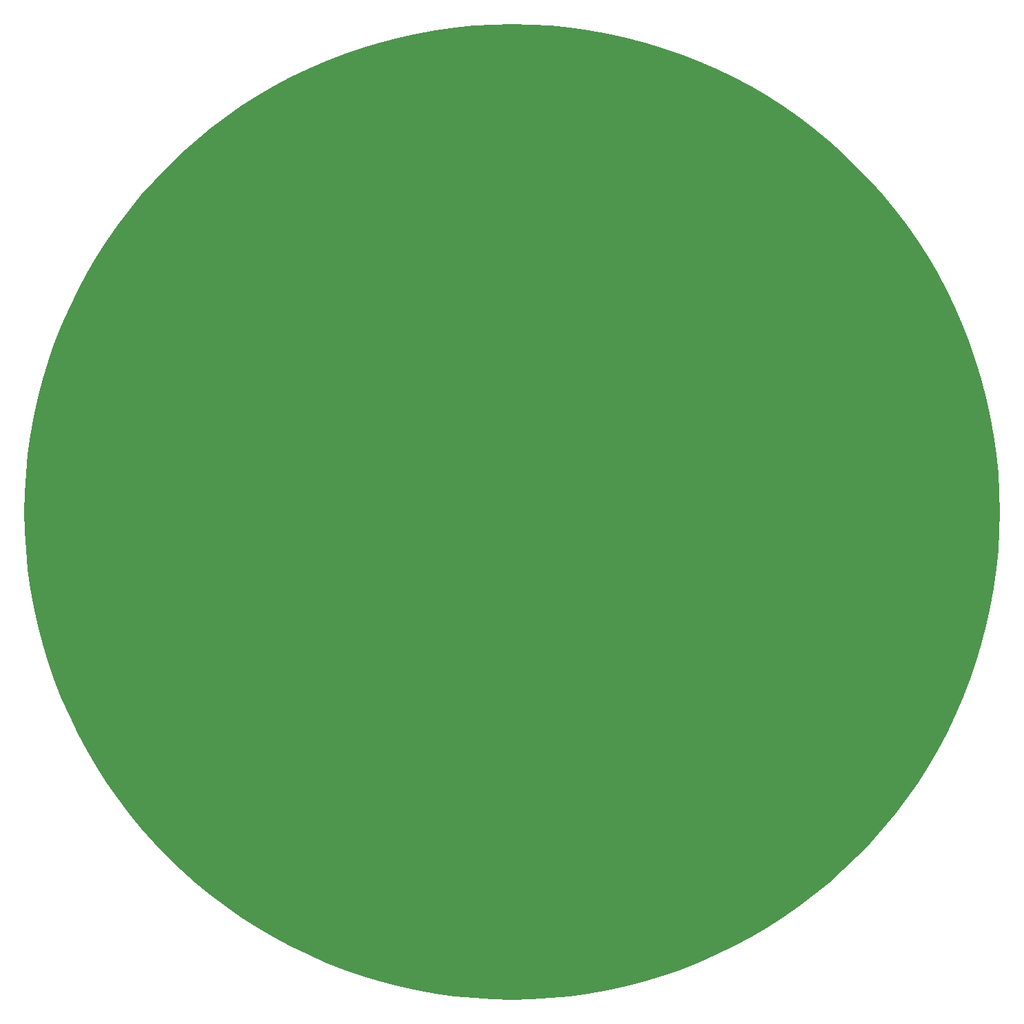
<source format=gtl>
G04 Layer_Physical_Order=1*
G04 Layer_Color=25308*
%FSLAX25Y25*%
%MOIN*%
G70*
G01*
G75*
%ADD10C,0.78740*%
G36*
X343921Y570729D02*
X353183Y570183D01*
X362416Y569274D01*
X371606Y568003D01*
X380739Y566372D01*
X389801Y564384D01*
X398778Y562041D01*
X407656Y559348D01*
X416421Y556308D01*
X425061Y552927D01*
X433561Y549209D01*
X441908Y545160D01*
X450090Y540787D01*
X458094Y536096D01*
X465908Y531094D01*
X473519Y525789D01*
X480917Y520189D01*
X488088Y514304D01*
X495023Y508141D01*
X501711Y501711D01*
X508141Y495023D01*
X514304Y488088D01*
X520189Y480917D01*
X525789Y473519D01*
X531094Y465908D01*
X536096Y458094D01*
X540787Y450090D01*
X545160Y441908D01*
X549209Y433561D01*
X552927Y425061D01*
X556308Y416421D01*
X559348Y407656D01*
X562041Y398778D01*
X564384Y389801D01*
X566372Y380739D01*
X568003Y371606D01*
X569274Y362416D01*
X570183Y353183D01*
X570729Y343921D01*
X570912Y334646D01*
X570729Y325370D01*
X570183Y316108D01*
X569274Y306876D01*
X568003Y297686D01*
X566372Y288552D01*
X564384Y279490D01*
X562041Y270514D01*
X559348Y261635D01*
X556308Y252870D01*
X552927Y244231D01*
X549209Y235731D01*
X545160Y227383D01*
X540787Y219201D01*
X536096Y211197D01*
X531094Y203383D01*
X525789Y195772D01*
X520189Y188375D01*
X514304Y181203D01*
X508141Y174268D01*
X501711Y167580D01*
X495023Y161150D01*
X488088Y154988D01*
X480917Y149102D01*
X473519Y143502D01*
X465908Y138198D01*
X458094Y133196D01*
X450090Y128505D01*
X441908Y124131D01*
X433561Y120082D01*
X425061Y116364D01*
X416421Y112983D01*
X407656Y109943D01*
X398778Y107250D01*
X389801Y104908D01*
X380739Y102919D01*
X371606Y101288D01*
X362416Y100017D01*
X353183Y99108D01*
X343921Y98562D01*
X334646Y98380D01*
X325370Y98562D01*
X316108Y99108D01*
X306876Y100017D01*
X297686Y101288D01*
X288552Y102919D01*
X279490Y104908D01*
X270514Y107250D01*
X261635Y109943D01*
X252870Y112983D01*
X244231Y116364D01*
X235731Y120082D01*
X227383Y124131D01*
X219201Y128505D01*
X211197Y133196D01*
X203383Y138198D01*
X195772Y143502D01*
X188375Y149102D01*
X181203Y154988D01*
X174268Y161150D01*
X167580Y167580D01*
X161150Y174268D01*
X154988Y181203D01*
X149102Y188375D01*
X143502Y195772D01*
X138198Y203383D01*
X133196Y211197D01*
X128505Y219201D01*
X124131Y227383D01*
X120082Y235731D01*
X116364Y244231D01*
X112983Y252870D01*
X109943Y261635D01*
X107250Y270514D01*
X104908Y279490D01*
X102919Y288552D01*
X101288Y297686D01*
X100017Y306876D01*
X99108Y316108D01*
X98562Y325370D01*
X98380Y334646D01*
X98562Y343921D01*
X99108Y353183D01*
X100017Y362416D01*
X101288Y371606D01*
X102919Y380739D01*
X104908Y389801D01*
X107250Y398778D01*
X109943Y407656D01*
X112983Y416421D01*
X116364Y425061D01*
X120082Y433561D01*
X124131Y441908D01*
X128505Y450090D01*
X133196Y458094D01*
X138198Y465908D01*
X143502Y473519D01*
X149102Y480917D01*
X154988Y488088D01*
X161150Y495023D01*
X167580Y501711D01*
X174268Y508141D01*
X181203Y514304D01*
X188375Y520189D01*
X195772Y525789D01*
X203383Y531094D01*
X211197Y536096D01*
X219201Y540787D01*
X227383Y545160D01*
X235731Y549209D01*
X244231Y552927D01*
X252870Y556308D01*
X261635Y559348D01*
X270514Y562041D01*
X279490Y564384D01*
X288552Y566372D01*
X297686Y568003D01*
X306876Y569274D01*
X316108Y570183D01*
X325370Y570729D01*
X334184Y570903D01*
X334646Y570912D01*
X334646Y570912D01*
Y570912D01*
X334646Y570912D01*
X343921Y570729D01*
D02*
G37*
D10*
X334646Y334646D02*
D03*
M02*

</source>
